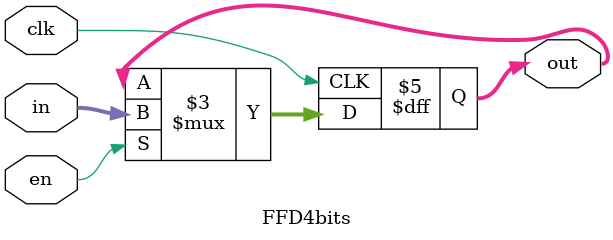
<source format=v>
module FFD4bits(in,en,clk,out);
input [3:0] in; // Data input 
input clk, en; // clock input 
output [3:0] out; // output Q 
reg [3:0] out;
always @(posedge clk) begin
	if(en) begin
		out = in;
	end
end 
endmodule 
</source>
